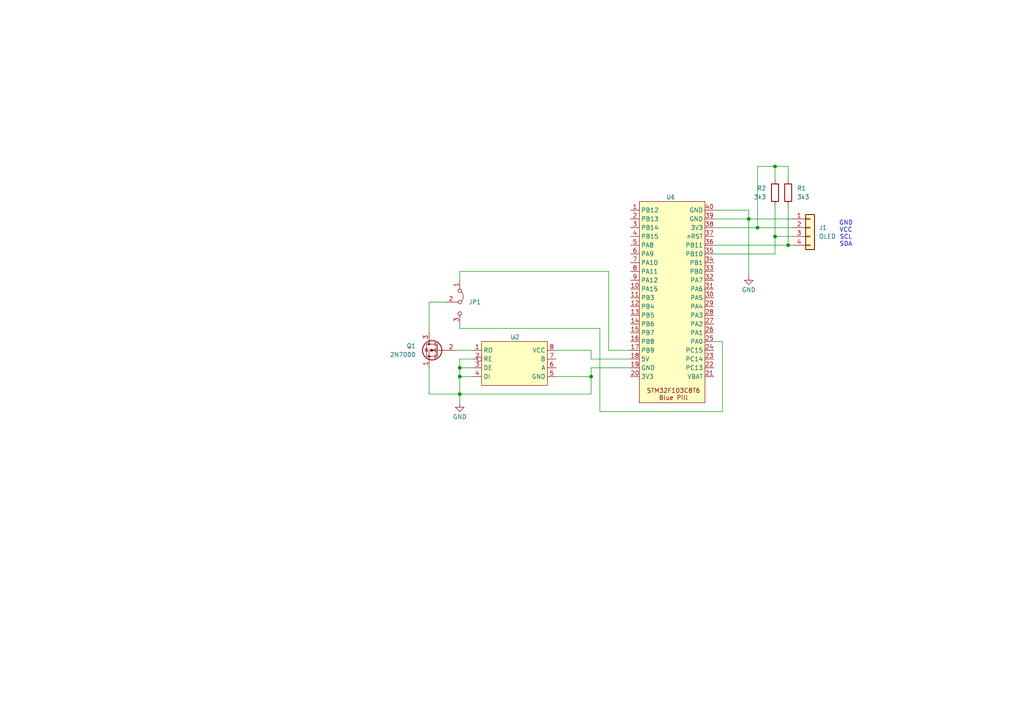
<source format=kicad_sch>
(kicad_sch (version 20231120) (generator "eeschema") (generator_version "8.0")
  (paper "A4")
  (lib_symbols
    (symbol "Connector_Generic:Conn_01x04" (pin_names (offset 1.016) hide)
      (property "Reference" "J" (at 0 5.08 0))
      (property "Value" "Conn_01x04" (at 0 -7.62 0))
      (symbol "Conn_01x04_1_1"
        (rectangle (start -1.27 -4.953) (end 0 -5.207) (stroke (width 0.1524)))
        (rectangle (start -1.27 -2.413) (end 0 -2.667) (stroke (width 0.1524)))
        (rectangle (start -1.27 0.127) (end 0 -0.127) (stroke (width 0.1524)))
        (rectangle (start -1.27 2.667) (end 0 2.413) (stroke (width 0.1524)))
        (rectangle (start -1.27 3.81) (end 1.27 -6.35) (stroke (width 0.254)) (fill (type background)))
        (pin passive line (at -5.08 2.54 0) (length 3.81) (name "Pin_1") (number "1"))
        (pin passive line (at -5.08 0 0) (length 3.81) (name "Pin_2") (number "2"))
        (pin passive line (at -5.08 -2.54 0) (length 3.81) (name "Pin_3") (number "3"))
        (pin passive line (at -5.08 -5.08 0) (length 3.81) (name "Pin_4") (number "4"))
      )
    )
    (symbol "Device:R" (pin_numbers hide) (pin_names (offset 0))
      (property "Reference" "R" (at 2.032 0 90))
      (property "Value" "R" (at 0 0 90))
      (symbol "R_0_1"
        (rectangle (start -1.016 -2.54) (end 1.016 2.54) (stroke (width 0.254)))
      )
      (symbol "R_1_1"
        (pin passive line (at 0 3.81 270) (length 1.27) (name "~") (number "1"))
        (pin passive line (at 0 -3.81 90) (length 1.27) (name "~") (number "2"))
      )
    )
    (symbol "Jumper:Jumper_3_Bridged12" (pin_names (offset 0) hide) (exclude_from_sim yes) (in_bom no)
      (property "Reference" "JP" (at -2.54 -2.54 0))
      (property "Value" "Jumper_3_Bridged12" (at 0 2.794 0))
      (symbol "Jumper_3_Bridged12_0_0"
        (circle (center -3.302 0) (radius 0.508))
        (circle (center 0 0) (radius 0.508))
        (circle (center 3.302 0) (radius 0.508))
      )
      (symbol "Jumper_3_Bridged12_0_1"
        (arc (start -0.254 0.508) (mid -1.651 0.9912) (end -3.048 0.508))
        (polyline (pts (xy 0 -1.27) (xy 0 -0.508)))
      )
      (symbol "Jumper_3_Bridged12_1_1"
        (pin passive line (at -6.35 0 0) (length 2.54) (name "A") (number "1"))
        (pin passive line (at 0 -3.81 90) (length 2.54) (name "C") (number "2"))
        (pin passive line (at 6.35 0 180) (length 2.54) (name "B") (number "3"))
      )
    )
    (symbol "Transistor_FET:2N7000" (pin_names hide)
      (property "Reference" "Q" (at 5.08 1.905 0))
      (property "Value" "2N7000" (at 5.08 0 0))
      (symbol "2N7000_0_1"
        (polyline (pts (xy 0.254 0) (xy -2.54 0)))
        (polyline (pts (xy 0.254 1.905) (xy 0.254 -1.905)) (stroke (width 0.254)))
        (polyline (pts (xy 0.762 -1.27) (xy 0.762 -2.286)) (stroke (width 0.254)))
        (polyline (pts (xy 0.762 0.508) (xy 0.762 -0.508)) (stroke (width 0.254)))
        (polyline (pts (xy 0.762 2.286) (xy 0.762 1.27)) (stroke (width 0.254)))
        (polyline (pts (xy 2.54 2.54) (xy 2.54 1.778)))
        (polyline (pts (xy 2.54 -2.54) (xy 2.54 0) (xy 0.762 0)))
        (polyline (pts (xy 0.762 -1.778) (xy 3.302 -1.778) (xy 3.302 1.778) (xy 0.762 1.778)))
        (polyline (pts (xy 1.016 0) (xy 2.032 0.381) (xy 2.032 -0.381) (xy 1.016 0)) (fill (type outline)))
        (polyline (pts (xy 2.794 0.508) (xy 2.921 0.381) (xy 3.683 0.381) (xy 3.81 0.254)))
        (polyline (pts (xy 3.302 0.381) (xy 2.921 -0.254) (xy 3.683 -0.254) (xy 3.302 0.381)))
        (circle (center 1.651 0) (radius 2.794) (stroke (width 0.254)))
        (circle (center 2.54 -1.778) (radius 0.254) (fill (type outline)))
        (circle (center 2.54 1.778) (radius 0.254) (fill (type outline)))
      )
      (symbol "2N7000_1_1"
        (pin passive line (at 2.54 -5.08 90) (length 2.54) (name "S") (number "1"))
        (pin input line (at -5.08 0 0) (length 2.54) (name "G") (number "2"))
        (pin passive line (at 2.54 5.08 270) (length 2.54) (name "D") (number "3"))
      )
    )
    (symbol "power:GND" (power) (pin_numbers hide) (pin_names (offset 0) hide)
      (property "Value" "GND" (at 0 -3.81 0))
      (symbol "GND_0_1"
        (polyline (pts (xy 0 0) (xy 0 -1.27) (xy 1.27 -1.27) (xy 0 -2.54) (xy -1.27 -1.27) (xy 0 -1.27)))
      )
      (symbol "GND_1_1"
        (pin power_in line (at 0 0 270) (length 0) (name "~") (number "1"))
      )
    )
    (symbol "stm32_ltc_decoder_sym:BluePill (STM32F103C8T6)"
      (property "Reference" "U" (at 0 1.778 0))
      (symbol "BluePill (STM32F103C8T6)_1_1"
        (rectangle (start -10.16 0) (end 8.89 -58.42) (fill (type background)))
        (text "STM32F103C8T6\nBlue Pill" (at -0.254 -55.88 0) (effects (font (size 1.27 1.27))))
        (pin tri_state line (at -12.7 -2.54 0) (length 2.54) (name "PB12") (number "1"))
        (pin tri_state line (at -12.7 -25.4 0) (length 2.54) (name "PA15") (number "10"))
        (pin tri_state line (at -12.7 -27.94 0) (length 2.54) (name "PB3") (number "11"))
        (pin tri_state line (at -12.7 -30.48 0) (length 2.54) (name "PB4") (number "12"))
        (pin tri_state line (at -12.7 -33.02 0) (length 2.54) (name "PB5") (number "13"))
        (pin tri_state line (at -12.7 -35.56 0) (length 2.54) (name "PB6") (number "14"))
        (pin tri_state line (at -12.7 -38.1 0) (length 2.54) (name "PB7") (number "15"))
        (pin tri_state line (at -12.7 -40.64 0) (length 2.54) (name "PB8") (number "16"))
        (pin tri_state line (at -12.7 -43.18 0) (length 2.54) (name "PB9") (number "17"))
        (pin power_out line (at -12.7 -45.72 0) (length 2.54) (name "5V") (number "18"))
        (pin passive line (at -12.7 -48.26 0) (length 2.54) (name "GND") (number "19"))
        (pin tri_state line (at -12.7 -5.08 0) (length 2.54) (name "PB13") (number "2"))
        (pin power_out line (at -12.7 -50.8 0) (length 2.54) (name "3V3") (number "20"))
        (pin power_in line (at 11.43 -50.8 180) (length 2.54) (name "VBAT") (number "21"))
        (pin tri_state line (at 11.43 -48.26 180) (length 2.54) (name "PC13") (number "22"))
        (pin tri_state line (at 11.43 -45.72 180) (length 2.54) (name "PC14") (number "23"))
        (pin tri_state line (at 11.43 -43.18 180) (length 2.54) (name "PC15") (number "24"))
        (pin tri_state line (at 11.43 -40.64 180) (length 2.54) (name "PA0") (number "25"))
        (pin tri_state line (at 11.43 -38.1 180) (length 2.54) (name "PA1") (number "26"))
        (pin tri_state line (at 11.43 -35.56 180) (length 2.54) (name "PA2") (number "27"))
        (pin tri_state line (at 11.43 -33.02 180) (length 2.54) (name "PA3") (number "28"))
        (pin tri_state line (at 11.43 -30.48 180) (length 2.54) (name "PA4") (number "29"))
        (pin tri_state line (at -12.7 -7.62 0) (length 2.54) (name "PB14") (number "3"))
        (pin tri_state line (at 11.43 -27.94 180) (length 2.54) (name "PA5") (number "30"))
        (pin tri_state line (at 11.43 -25.4 180) (length 2.54) (name "PA6") (number "31"))
        (pin tri_state line (at 11.43 -22.86 180) (length 2.54) (name "PA7") (number "32"))
        (pin tri_state line (at 11.43 -20.32 180) (length 2.54) (name "PB0") (number "33"))
        (pin tri_state line (at 11.43 -17.78 180) (length 2.54) (name "PB1") (number "34"))
        (pin tri_state line (at 11.43 -15.24 180) (length 2.54) (name "PB10") (number "35"))
        (pin tri_state line (at 11.43 -12.7 180) (length 2.54) (name "PB11") (number "36"))
        (pin tri_state line (at 11.43 -10.16 180) (length 2.54) (name "nRST") (number "37"))
        (pin power_out line (at 11.43 -7.62 180) (length 2.54) (name "3V3") (number "38"))
        (pin passive line (at 11.43 -5.08 180) (length 2.54) (name "GND") (number "39"))
        (pin tri_state line (at -12.7 -10.16 0) (length 2.54) (name "PB15") (number "4"))
        (pin passive line (at 11.43 -2.54 180) (length 2.54) (name "GND") (number "40"))
        (pin tri_state line (at -12.7 -12.7 0) (length 2.54) (name "PA8") (number "5"))
        (pin tri_state line (at -12.7 -15.24 0) (length 2.54) (name "PA9") (number "6"))
        (pin tri_state line (at -12.7 -17.78 0) (length 2.54) (name "PA10") (number "7"))
        (pin tri_state line (at -12.7 -20.32 0) (length 2.54) (name "PA11") (number "8"))
        (pin tri_state line (at -12.7 -22.86 0) (length 2.54) (name "PA12") (number "9"))
      )
    )
    (symbol "stm32_ltc_decoder_sym:RS485_MODULE"
      (property "Reference" "U" (at 0 0 0))
      (symbol "RS485_MODULE_1_1"
        (rectangle (start -10.16 -2.54) (end 8.89 -15.24) (fill (type background)))
        (pin tri_state line (at -12.7 -5.08 0) (length 2.54) (name "RO") (number "1"))
        (pin tri_state inverted (at -12.7 -7.62 0) (length 2.54) (name "RE") (number "2"))
        (pin tri_state line (at -12.7 -10.16 0) (length 2.54) (name "DE") (number "3"))
        (pin tri_state line (at -12.7 -12.7 0) (length 2.54) (name "DI") (number "4"))
        (pin passive line (at 11.43 -12.7 180) (length 2.54) (name "GND") (number "5"))
        (pin bidirectional line (at 11.43 -10.16 180) (length 2.54) (name "A") (number "6"))
        (pin bidirectional line (at 11.43 -7.62 180) (length 2.54) (name "B") (number "7"))
        (pin power_in line (at 11.43 -5.08 180) (length 2.54) (name "VCC") (number "8"))
      )
    )
  )
  (junction (at 133.35 114.3))
  (junction (at 171.45 109.22))
  (junction (at 219.71 66.04))
  (junction (at 228.6 71.12))
  (junction (at 217.17 63.5))
  (junction (at 133.35 106.68))
  (junction (at 133.35 109.22))
  (junction (at 224.79 68.58))
  (junction (at 224.79 48.26))
  (wire (pts (xy 207.01 63.5) (xy 217.17 63.5)))
  (wire (pts (xy 133.35 106.68) (xy 133.35 109.22)))
  (wire (pts (xy 217.17 63.5) (xy 229.87 63.5)))
  (wire (pts (xy 207.01 71.12) (xy 228.6 71.12)))
  (wire (pts (xy 161.29 101.6) (xy 171.45 101.6)))
  (wire (pts (xy 224.79 52.07) (xy 224.79 48.26)))
  (wire (pts (xy 219.71 66.04) (xy 219.71 48.26)))
  (wire (pts (xy 219.71 48.26) (xy 224.79 48.26)))
  (wire (pts (xy 124.46 96.52) (xy 124.46 87.63)))
  (wire (pts (xy 133.35 106.68) (xy 137.16 106.68)))
  (wire (pts (xy 133.35 114.3) (xy 124.46 114.3)))
  (wire (pts (xy 133.35 114.3) (xy 133.35 116.84)))
  (wire (pts (xy 133.35 104.14) (xy 133.35 106.68)))
  (wire (pts (xy 171.45 104.14) (xy 182.88 104.14)))
  (wire (pts (xy 171.45 106.68) (xy 171.45 109.22)))
  (wire (pts (xy 173.99 119.38) (xy 173.99 95.25)))
  (wire (pts (xy 224.79 68.58) (xy 224.79 73.66)))
  (wire (pts (xy 224.79 73.66) (xy 207.01 73.66)))
  (wire (pts (xy 217.17 60.96) (xy 217.17 63.5)))
  (wire (pts (xy 228.6 48.26) (xy 228.6 52.07)))
  (wire (pts (xy 133.35 95.25) (xy 173.99 95.25)))
  (wire (pts (xy 124.46 114.3) (xy 124.46 106.68)))
  (wire (pts (xy 224.79 48.26) (xy 228.6 48.26)))
  (wire (pts (xy 137.16 104.14) (xy 133.35 104.14)))
  (wire (pts (xy 176.53 78.74) (xy 176.53 101.6)))
  (wire (pts (xy 133.35 109.22) (xy 137.16 109.22)))
  (wire (pts (xy 207.01 99.06) (xy 209.55 99.06)))
  (wire (pts (xy 229.87 68.58) (xy 224.79 68.58)))
  (wire (pts (xy 182.88 101.6) (xy 176.53 101.6)))
  (wire (pts (xy 219.71 66.04) (xy 229.87 66.04)))
  (wire (pts (xy 133.35 114.3) (xy 171.45 114.3)))
  (wire (pts (xy 224.79 59.69) (xy 224.79 68.58)))
  (wire (pts (xy 171.45 109.22) (xy 161.29 109.22)))
  (wire (pts (xy 171.45 114.3) (xy 171.45 109.22)))
  (wire (pts (xy 124.46 87.63) (xy 129.54 87.63)))
  (wire (pts (xy 171.45 101.6) (xy 171.45 104.14)))
  (wire (pts (xy 209.55 99.06) (xy 209.55 119.38)))
  (wire (pts (xy 182.88 106.68) (xy 171.45 106.68)))
  (wire (pts (xy 133.35 93.98) (xy 133.35 95.25)))
  (wire (pts (xy 228.6 71.12) (xy 229.87 71.12)))
  (wire (pts (xy 133.35 78.74) (xy 176.53 78.74)))
  (wire (pts (xy 209.55 119.38) (xy 173.99 119.38)))
  (wire (pts (xy 217.17 63.5) (xy 217.17 80.01)))
  (wire (pts (xy 207.01 60.96) (xy 217.17 60.96)))
  (wire (pts (xy 133.35 109.22) (xy 133.35 114.3)))
  (wire (pts (xy 228.6 59.69) (xy 228.6 71.12)))
  (wire (pts (xy 207.01 66.04) (xy 219.71 66.04)))
  (wire (pts (xy 132.08 101.6) (xy 137.16 101.6)))
  (wire (pts (xy 133.35 81.28) (xy 133.35 78.74)))
  (text "GND\nVCC\nSCL\nSDA" (at 245.364 67.818 0) (effects (font (size 1.27 1.27))))
  (symbol (lib_id "power:GND") (at 133.35 116.84 0) (unit 1)
    (property "Reference" "#PWR02" (effects (hide yes)))
    (property "Value" "GND" (at 133.35 120.904 0))
    (property "Description" "Power symbol creates a global label with name \"GND\" , ground" (effects (hide yes)))
  )
  (symbol (lib_id "power:GND") (at 217.17 80.01 0) (unit 1)
    (property "Reference" "#PWR01" (effects (hide yes)))
    (property "Value" "GND" (at 217.17 84.074 0))
    (property "Description" "Power symbol creates a global label with name \"GND\" , ground" (effects (hide yes)))
  )
  (symbol (lib_id "stm32_ltc_decoder_sym:BluePill (STM32F103C8T6)") (at 195.58 58.42 0) (unit 1)
    (property "Reference" "U1" (at 194.564 57.15 0))
    (property "Value" "~" (at 194.945 57.15 0))
    (property "Footprint" "stm32_ltc_decoder:BluePill (STM32F103C8T6)" (effects (hide yes)))
  )
  (symbol (lib_id "Jumper:Jumper_3_Bridged12") (at 133.35 87.63 270) (unit 1) (exclude_from_sim yes) (in_bom no)
    (property "Reference" "JP1" (at 135.89 87.6299 90) (effects (justify left)))
    (property "Value" "Jumper_3_Bridged12" (effects (hide yes)))
    (property "Footprint" "Connector_PinSocket_2.54mm:PinSocket_1x03_P2.54mm_Vertical" (effects (hide yes)))
    (property "Description" "Jumper, 3-pole, pins 1+2 closed/bridged" (effects (hide yes)))
  )
  (symbol (lib_id "Connector_Generic:Conn_01x04") (at 234.95 66.04 0) (unit 1)
    (property "Reference" "J1" (at 237.49 66.0399 0) (effects (justify left)))
    (property "Value" "OLED" (at 237.49 68.5799 0) (effects (justify left)))
    (property "Footprint" "Connector_PinHeader_2.54mm:PinHeader_1x04_P2.54mm_Vertical" (effects (hide yes)))
    (property "Description" "Generic connector, single row, 01x04, script generated (kicad-library-utils/schlib/autogen/connector/)" (effects (hide yes)))
  )
  (symbol (lib_id "Device:R") (at 224.79 55.88 0) (mirror y) (unit 1)
    (property "Reference" "R2" (at 222.25 54.6099 0) (effects (justify left)))
    (property "Value" "3k3" (at 222.25 57.1499 0) (effects (justify left)))
    (property "Footprint" "Resistor_THT:R_Axial_DIN0207_L6.3mm_D2.5mm_P10.16mm_Horizontal" (effects (hide yes)))
    (property "Description" "Resistor" (effects (hide yes)))
  )
  (symbol (lib_id "Device:R") (at 228.6 55.88 0) (unit 1)
    (property "Reference" "R1" (at 231.14 54.6099 0) (effects (justify left)))
    (property "Value" "3k3" (at 231.14 57.1499 0) (effects (justify left)))
    (property "Footprint" "Resistor_THT:R_Axial_DIN0207_L6.3mm_D2.5mm_P10.16mm_Horizontal" (effects (hide yes)))
    (property "Description" "Resistor" (effects (hide yes)))
  )
  (symbol (lib_id "stm32_ltc_decoder_sym:RS485_MODULE") (at 149.86 96.52 0) (unit 1)
    (property "Reference" "U2" (at 149.352 97.79 0))
    (property "Value" "~" (at 149.225 97.79 0))
    (property "Footprint" "stm32_ltc_decoder:RS485_MODULE" (effects (hide yes)))
  )
  (symbol (lib_id "Transistor_FET:2N7000") (at 127 101.6 0) (mirror y) (unit 1)
    (property "Reference" "Q1" (at 120.65 100.3299 0) (effects (justify left)))
    (property "Value" "2N7000" (at 120.65 102.8699 0) (effects (justify left)))
    (property "Footprint" "Connector_PinSocket_2.54mm:PinSocket_1x03_P2.54mm_Vertical" (effects (hide yes)))
    (property "Datasheet" "https://www.vishay.com/docs/70226/70226.pdf" (effects (hide yes)))
    (property "Description" "0.2A Id, 200V Vds, N-Channel MOSFET, 2.6V Logic Level, TO-92" (effects (hide yes)))
  )
)
</source>
